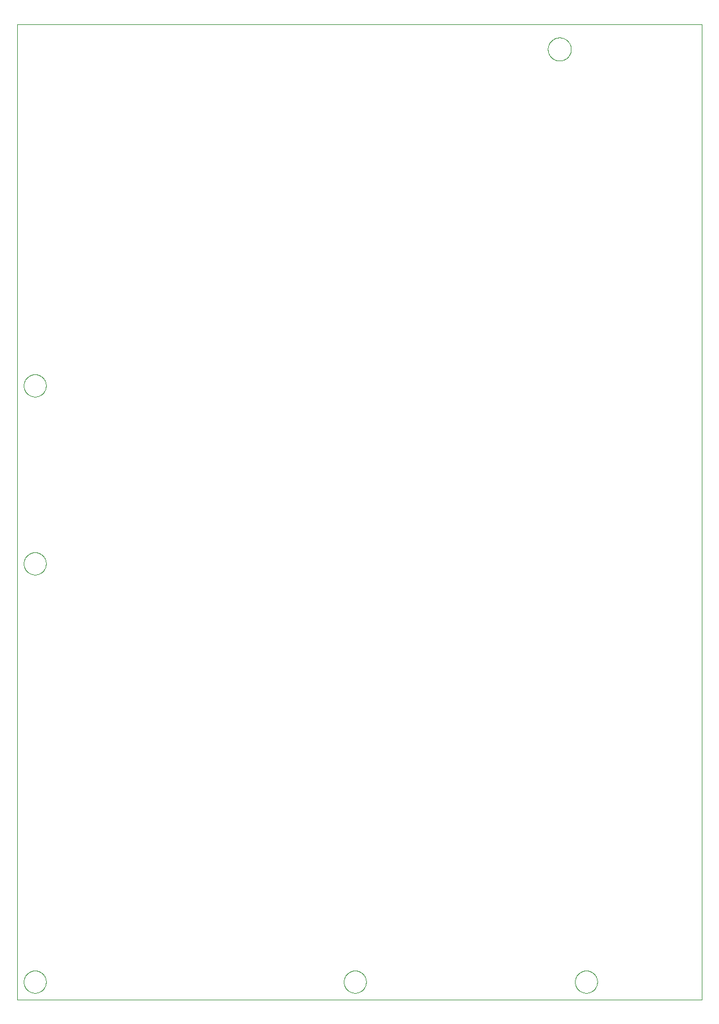
<source format=gko>
G75*
%MOIN*%
%OFA0B0*%
%FSLAX25Y25*%
%IPPOS*%
%LPD*%
%AMOC8*
5,1,8,0,0,1.08239X$1,22.5*
%
%ADD10C,0.00000*%
D10*
X0011300Y0006300D02*
X0396300Y0006300D01*
X0396300Y0554300D01*
X0011300Y0554300D01*
X0011300Y0006300D01*
X0015050Y0016300D02*
X0015052Y0016458D01*
X0015058Y0016615D01*
X0015068Y0016773D01*
X0015082Y0016930D01*
X0015100Y0017086D01*
X0015121Y0017243D01*
X0015147Y0017398D01*
X0015177Y0017553D01*
X0015210Y0017707D01*
X0015248Y0017860D01*
X0015289Y0018013D01*
X0015334Y0018164D01*
X0015383Y0018314D01*
X0015436Y0018462D01*
X0015492Y0018610D01*
X0015553Y0018755D01*
X0015616Y0018900D01*
X0015684Y0019042D01*
X0015755Y0019183D01*
X0015829Y0019322D01*
X0015907Y0019459D01*
X0015989Y0019594D01*
X0016073Y0019727D01*
X0016162Y0019858D01*
X0016253Y0019986D01*
X0016348Y0020113D01*
X0016445Y0020236D01*
X0016546Y0020358D01*
X0016650Y0020476D01*
X0016757Y0020592D01*
X0016867Y0020705D01*
X0016979Y0020816D01*
X0017095Y0020923D01*
X0017213Y0021028D01*
X0017333Y0021130D01*
X0017456Y0021228D01*
X0017582Y0021324D01*
X0017710Y0021416D01*
X0017840Y0021505D01*
X0017972Y0021591D01*
X0018107Y0021673D01*
X0018244Y0021752D01*
X0018382Y0021827D01*
X0018522Y0021899D01*
X0018665Y0021967D01*
X0018808Y0022032D01*
X0018954Y0022093D01*
X0019101Y0022150D01*
X0019249Y0022204D01*
X0019399Y0022254D01*
X0019549Y0022300D01*
X0019701Y0022342D01*
X0019854Y0022381D01*
X0020008Y0022415D01*
X0020163Y0022446D01*
X0020318Y0022472D01*
X0020474Y0022495D01*
X0020631Y0022514D01*
X0020788Y0022529D01*
X0020945Y0022540D01*
X0021103Y0022547D01*
X0021261Y0022550D01*
X0021418Y0022549D01*
X0021576Y0022544D01*
X0021733Y0022535D01*
X0021891Y0022522D01*
X0022047Y0022505D01*
X0022204Y0022484D01*
X0022359Y0022460D01*
X0022514Y0022431D01*
X0022669Y0022398D01*
X0022822Y0022362D01*
X0022975Y0022321D01*
X0023126Y0022277D01*
X0023276Y0022229D01*
X0023425Y0022178D01*
X0023573Y0022122D01*
X0023719Y0022063D01*
X0023864Y0022000D01*
X0024007Y0021933D01*
X0024148Y0021863D01*
X0024287Y0021790D01*
X0024425Y0021713D01*
X0024561Y0021632D01*
X0024694Y0021548D01*
X0024825Y0021461D01*
X0024954Y0021370D01*
X0025081Y0021276D01*
X0025206Y0021179D01*
X0025327Y0021079D01*
X0025447Y0020976D01*
X0025563Y0020870D01*
X0025677Y0020761D01*
X0025789Y0020649D01*
X0025897Y0020535D01*
X0026002Y0020417D01*
X0026105Y0020297D01*
X0026204Y0020175D01*
X0026300Y0020050D01*
X0026393Y0019922D01*
X0026483Y0019793D01*
X0026569Y0019661D01*
X0026653Y0019527D01*
X0026732Y0019391D01*
X0026809Y0019253D01*
X0026881Y0019113D01*
X0026950Y0018971D01*
X0027016Y0018828D01*
X0027078Y0018683D01*
X0027136Y0018536D01*
X0027191Y0018388D01*
X0027242Y0018239D01*
X0027289Y0018088D01*
X0027332Y0017937D01*
X0027371Y0017784D01*
X0027407Y0017630D01*
X0027438Y0017476D01*
X0027466Y0017321D01*
X0027490Y0017165D01*
X0027510Y0017008D01*
X0027526Y0016851D01*
X0027538Y0016694D01*
X0027546Y0016537D01*
X0027550Y0016379D01*
X0027550Y0016221D01*
X0027546Y0016063D01*
X0027538Y0015906D01*
X0027526Y0015749D01*
X0027510Y0015592D01*
X0027490Y0015435D01*
X0027466Y0015279D01*
X0027438Y0015124D01*
X0027407Y0014970D01*
X0027371Y0014816D01*
X0027332Y0014663D01*
X0027289Y0014512D01*
X0027242Y0014361D01*
X0027191Y0014212D01*
X0027136Y0014064D01*
X0027078Y0013917D01*
X0027016Y0013772D01*
X0026950Y0013629D01*
X0026881Y0013487D01*
X0026809Y0013347D01*
X0026732Y0013209D01*
X0026653Y0013073D01*
X0026569Y0012939D01*
X0026483Y0012807D01*
X0026393Y0012678D01*
X0026300Y0012550D01*
X0026204Y0012425D01*
X0026105Y0012303D01*
X0026002Y0012183D01*
X0025897Y0012065D01*
X0025789Y0011951D01*
X0025677Y0011839D01*
X0025563Y0011730D01*
X0025447Y0011624D01*
X0025327Y0011521D01*
X0025206Y0011421D01*
X0025081Y0011324D01*
X0024954Y0011230D01*
X0024825Y0011139D01*
X0024694Y0011052D01*
X0024561Y0010968D01*
X0024425Y0010887D01*
X0024287Y0010810D01*
X0024148Y0010737D01*
X0024007Y0010667D01*
X0023864Y0010600D01*
X0023719Y0010537D01*
X0023573Y0010478D01*
X0023425Y0010422D01*
X0023276Y0010371D01*
X0023126Y0010323D01*
X0022975Y0010279D01*
X0022822Y0010238D01*
X0022669Y0010202D01*
X0022514Y0010169D01*
X0022359Y0010140D01*
X0022204Y0010116D01*
X0022047Y0010095D01*
X0021891Y0010078D01*
X0021733Y0010065D01*
X0021576Y0010056D01*
X0021418Y0010051D01*
X0021261Y0010050D01*
X0021103Y0010053D01*
X0020945Y0010060D01*
X0020788Y0010071D01*
X0020631Y0010086D01*
X0020474Y0010105D01*
X0020318Y0010128D01*
X0020163Y0010154D01*
X0020008Y0010185D01*
X0019854Y0010219D01*
X0019701Y0010258D01*
X0019549Y0010300D01*
X0019399Y0010346D01*
X0019249Y0010396D01*
X0019101Y0010450D01*
X0018954Y0010507D01*
X0018808Y0010568D01*
X0018665Y0010633D01*
X0018522Y0010701D01*
X0018382Y0010773D01*
X0018244Y0010848D01*
X0018107Y0010927D01*
X0017972Y0011009D01*
X0017840Y0011095D01*
X0017710Y0011184D01*
X0017582Y0011276D01*
X0017456Y0011372D01*
X0017333Y0011470D01*
X0017213Y0011572D01*
X0017095Y0011677D01*
X0016979Y0011784D01*
X0016867Y0011895D01*
X0016757Y0012008D01*
X0016650Y0012124D01*
X0016546Y0012242D01*
X0016445Y0012364D01*
X0016348Y0012487D01*
X0016253Y0012614D01*
X0016162Y0012742D01*
X0016073Y0012873D01*
X0015989Y0013006D01*
X0015907Y0013141D01*
X0015829Y0013278D01*
X0015755Y0013417D01*
X0015684Y0013558D01*
X0015616Y0013700D01*
X0015553Y0013845D01*
X0015492Y0013990D01*
X0015436Y0014138D01*
X0015383Y0014286D01*
X0015334Y0014436D01*
X0015289Y0014587D01*
X0015248Y0014740D01*
X0015210Y0014893D01*
X0015177Y0015047D01*
X0015147Y0015202D01*
X0015121Y0015357D01*
X0015100Y0015514D01*
X0015082Y0015670D01*
X0015068Y0015827D01*
X0015058Y0015985D01*
X0015052Y0016142D01*
X0015050Y0016300D01*
X0015050Y0251300D02*
X0015052Y0251458D01*
X0015058Y0251615D01*
X0015068Y0251773D01*
X0015082Y0251930D01*
X0015100Y0252086D01*
X0015121Y0252243D01*
X0015147Y0252398D01*
X0015177Y0252553D01*
X0015210Y0252707D01*
X0015248Y0252860D01*
X0015289Y0253013D01*
X0015334Y0253164D01*
X0015383Y0253314D01*
X0015436Y0253462D01*
X0015492Y0253610D01*
X0015553Y0253755D01*
X0015616Y0253900D01*
X0015684Y0254042D01*
X0015755Y0254183D01*
X0015829Y0254322D01*
X0015907Y0254459D01*
X0015989Y0254594D01*
X0016073Y0254727D01*
X0016162Y0254858D01*
X0016253Y0254986D01*
X0016348Y0255113D01*
X0016445Y0255236D01*
X0016546Y0255358D01*
X0016650Y0255476D01*
X0016757Y0255592D01*
X0016867Y0255705D01*
X0016979Y0255816D01*
X0017095Y0255923D01*
X0017213Y0256028D01*
X0017333Y0256130D01*
X0017456Y0256228D01*
X0017582Y0256324D01*
X0017710Y0256416D01*
X0017840Y0256505D01*
X0017972Y0256591D01*
X0018107Y0256673D01*
X0018244Y0256752D01*
X0018382Y0256827D01*
X0018522Y0256899D01*
X0018665Y0256967D01*
X0018808Y0257032D01*
X0018954Y0257093D01*
X0019101Y0257150D01*
X0019249Y0257204D01*
X0019399Y0257254D01*
X0019549Y0257300D01*
X0019701Y0257342D01*
X0019854Y0257381D01*
X0020008Y0257415D01*
X0020163Y0257446D01*
X0020318Y0257472D01*
X0020474Y0257495D01*
X0020631Y0257514D01*
X0020788Y0257529D01*
X0020945Y0257540D01*
X0021103Y0257547D01*
X0021261Y0257550D01*
X0021418Y0257549D01*
X0021576Y0257544D01*
X0021733Y0257535D01*
X0021891Y0257522D01*
X0022047Y0257505D01*
X0022204Y0257484D01*
X0022359Y0257460D01*
X0022514Y0257431D01*
X0022669Y0257398D01*
X0022822Y0257362D01*
X0022975Y0257321D01*
X0023126Y0257277D01*
X0023276Y0257229D01*
X0023425Y0257178D01*
X0023573Y0257122D01*
X0023719Y0257063D01*
X0023864Y0257000D01*
X0024007Y0256933D01*
X0024148Y0256863D01*
X0024287Y0256790D01*
X0024425Y0256713D01*
X0024561Y0256632D01*
X0024694Y0256548D01*
X0024825Y0256461D01*
X0024954Y0256370D01*
X0025081Y0256276D01*
X0025206Y0256179D01*
X0025327Y0256079D01*
X0025447Y0255976D01*
X0025563Y0255870D01*
X0025677Y0255761D01*
X0025789Y0255649D01*
X0025897Y0255535D01*
X0026002Y0255417D01*
X0026105Y0255297D01*
X0026204Y0255175D01*
X0026300Y0255050D01*
X0026393Y0254922D01*
X0026483Y0254793D01*
X0026569Y0254661D01*
X0026653Y0254527D01*
X0026732Y0254391D01*
X0026809Y0254253D01*
X0026881Y0254113D01*
X0026950Y0253971D01*
X0027016Y0253828D01*
X0027078Y0253683D01*
X0027136Y0253536D01*
X0027191Y0253388D01*
X0027242Y0253239D01*
X0027289Y0253088D01*
X0027332Y0252937D01*
X0027371Y0252784D01*
X0027407Y0252630D01*
X0027438Y0252476D01*
X0027466Y0252321D01*
X0027490Y0252165D01*
X0027510Y0252008D01*
X0027526Y0251851D01*
X0027538Y0251694D01*
X0027546Y0251537D01*
X0027550Y0251379D01*
X0027550Y0251221D01*
X0027546Y0251063D01*
X0027538Y0250906D01*
X0027526Y0250749D01*
X0027510Y0250592D01*
X0027490Y0250435D01*
X0027466Y0250279D01*
X0027438Y0250124D01*
X0027407Y0249970D01*
X0027371Y0249816D01*
X0027332Y0249663D01*
X0027289Y0249512D01*
X0027242Y0249361D01*
X0027191Y0249212D01*
X0027136Y0249064D01*
X0027078Y0248917D01*
X0027016Y0248772D01*
X0026950Y0248629D01*
X0026881Y0248487D01*
X0026809Y0248347D01*
X0026732Y0248209D01*
X0026653Y0248073D01*
X0026569Y0247939D01*
X0026483Y0247807D01*
X0026393Y0247678D01*
X0026300Y0247550D01*
X0026204Y0247425D01*
X0026105Y0247303D01*
X0026002Y0247183D01*
X0025897Y0247065D01*
X0025789Y0246951D01*
X0025677Y0246839D01*
X0025563Y0246730D01*
X0025447Y0246624D01*
X0025327Y0246521D01*
X0025206Y0246421D01*
X0025081Y0246324D01*
X0024954Y0246230D01*
X0024825Y0246139D01*
X0024694Y0246052D01*
X0024561Y0245968D01*
X0024425Y0245887D01*
X0024287Y0245810D01*
X0024148Y0245737D01*
X0024007Y0245667D01*
X0023864Y0245600D01*
X0023719Y0245537D01*
X0023573Y0245478D01*
X0023425Y0245422D01*
X0023276Y0245371D01*
X0023126Y0245323D01*
X0022975Y0245279D01*
X0022822Y0245238D01*
X0022669Y0245202D01*
X0022514Y0245169D01*
X0022359Y0245140D01*
X0022204Y0245116D01*
X0022047Y0245095D01*
X0021891Y0245078D01*
X0021733Y0245065D01*
X0021576Y0245056D01*
X0021418Y0245051D01*
X0021261Y0245050D01*
X0021103Y0245053D01*
X0020945Y0245060D01*
X0020788Y0245071D01*
X0020631Y0245086D01*
X0020474Y0245105D01*
X0020318Y0245128D01*
X0020163Y0245154D01*
X0020008Y0245185D01*
X0019854Y0245219D01*
X0019701Y0245258D01*
X0019549Y0245300D01*
X0019399Y0245346D01*
X0019249Y0245396D01*
X0019101Y0245450D01*
X0018954Y0245507D01*
X0018808Y0245568D01*
X0018665Y0245633D01*
X0018522Y0245701D01*
X0018382Y0245773D01*
X0018244Y0245848D01*
X0018107Y0245927D01*
X0017972Y0246009D01*
X0017840Y0246095D01*
X0017710Y0246184D01*
X0017582Y0246276D01*
X0017456Y0246372D01*
X0017333Y0246470D01*
X0017213Y0246572D01*
X0017095Y0246677D01*
X0016979Y0246784D01*
X0016867Y0246895D01*
X0016757Y0247008D01*
X0016650Y0247124D01*
X0016546Y0247242D01*
X0016445Y0247364D01*
X0016348Y0247487D01*
X0016253Y0247614D01*
X0016162Y0247742D01*
X0016073Y0247873D01*
X0015989Y0248006D01*
X0015907Y0248141D01*
X0015829Y0248278D01*
X0015755Y0248417D01*
X0015684Y0248558D01*
X0015616Y0248700D01*
X0015553Y0248845D01*
X0015492Y0248990D01*
X0015436Y0249138D01*
X0015383Y0249286D01*
X0015334Y0249436D01*
X0015289Y0249587D01*
X0015248Y0249740D01*
X0015210Y0249893D01*
X0015177Y0250047D01*
X0015147Y0250202D01*
X0015121Y0250357D01*
X0015100Y0250514D01*
X0015082Y0250670D01*
X0015068Y0250827D01*
X0015058Y0250985D01*
X0015052Y0251142D01*
X0015050Y0251300D01*
X0015050Y0351300D02*
X0015052Y0351458D01*
X0015058Y0351615D01*
X0015068Y0351773D01*
X0015082Y0351930D01*
X0015100Y0352086D01*
X0015121Y0352243D01*
X0015147Y0352398D01*
X0015177Y0352553D01*
X0015210Y0352707D01*
X0015248Y0352860D01*
X0015289Y0353013D01*
X0015334Y0353164D01*
X0015383Y0353314D01*
X0015436Y0353462D01*
X0015492Y0353610D01*
X0015553Y0353755D01*
X0015616Y0353900D01*
X0015684Y0354042D01*
X0015755Y0354183D01*
X0015829Y0354322D01*
X0015907Y0354459D01*
X0015989Y0354594D01*
X0016073Y0354727D01*
X0016162Y0354858D01*
X0016253Y0354986D01*
X0016348Y0355113D01*
X0016445Y0355236D01*
X0016546Y0355358D01*
X0016650Y0355476D01*
X0016757Y0355592D01*
X0016867Y0355705D01*
X0016979Y0355816D01*
X0017095Y0355923D01*
X0017213Y0356028D01*
X0017333Y0356130D01*
X0017456Y0356228D01*
X0017582Y0356324D01*
X0017710Y0356416D01*
X0017840Y0356505D01*
X0017972Y0356591D01*
X0018107Y0356673D01*
X0018244Y0356752D01*
X0018382Y0356827D01*
X0018522Y0356899D01*
X0018665Y0356967D01*
X0018808Y0357032D01*
X0018954Y0357093D01*
X0019101Y0357150D01*
X0019249Y0357204D01*
X0019399Y0357254D01*
X0019549Y0357300D01*
X0019701Y0357342D01*
X0019854Y0357381D01*
X0020008Y0357415D01*
X0020163Y0357446D01*
X0020318Y0357472D01*
X0020474Y0357495D01*
X0020631Y0357514D01*
X0020788Y0357529D01*
X0020945Y0357540D01*
X0021103Y0357547D01*
X0021261Y0357550D01*
X0021418Y0357549D01*
X0021576Y0357544D01*
X0021733Y0357535D01*
X0021891Y0357522D01*
X0022047Y0357505D01*
X0022204Y0357484D01*
X0022359Y0357460D01*
X0022514Y0357431D01*
X0022669Y0357398D01*
X0022822Y0357362D01*
X0022975Y0357321D01*
X0023126Y0357277D01*
X0023276Y0357229D01*
X0023425Y0357178D01*
X0023573Y0357122D01*
X0023719Y0357063D01*
X0023864Y0357000D01*
X0024007Y0356933D01*
X0024148Y0356863D01*
X0024287Y0356790D01*
X0024425Y0356713D01*
X0024561Y0356632D01*
X0024694Y0356548D01*
X0024825Y0356461D01*
X0024954Y0356370D01*
X0025081Y0356276D01*
X0025206Y0356179D01*
X0025327Y0356079D01*
X0025447Y0355976D01*
X0025563Y0355870D01*
X0025677Y0355761D01*
X0025789Y0355649D01*
X0025897Y0355535D01*
X0026002Y0355417D01*
X0026105Y0355297D01*
X0026204Y0355175D01*
X0026300Y0355050D01*
X0026393Y0354922D01*
X0026483Y0354793D01*
X0026569Y0354661D01*
X0026653Y0354527D01*
X0026732Y0354391D01*
X0026809Y0354253D01*
X0026881Y0354113D01*
X0026950Y0353971D01*
X0027016Y0353828D01*
X0027078Y0353683D01*
X0027136Y0353536D01*
X0027191Y0353388D01*
X0027242Y0353239D01*
X0027289Y0353088D01*
X0027332Y0352937D01*
X0027371Y0352784D01*
X0027407Y0352630D01*
X0027438Y0352476D01*
X0027466Y0352321D01*
X0027490Y0352165D01*
X0027510Y0352008D01*
X0027526Y0351851D01*
X0027538Y0351694D01*
X0027546Y0351537D01*
X0027550Y0351379D01*
X0027550Y0351221D01*
X0027546Y0351063D01*
X0027538Y0350906D01*
X0027526Y0350749D01*
X0027510Y0350592D01*
X0027490Y0350435D01*
X0027466Y0350279D01*
X0027438Y0350124D01*
X0027407Y0349970D01*
X0027371Y0349816D01*
X0027332Y0349663D01*
X0027289Y0349512D01*
X0027242Y0349361D01*
X0027191Y0349212D01*
X0027136Y0349064D01*
X0027078Y0348917D01*
X0027016Y0348772D01*
X0026950Y0348629D01*
X0026881Y0348487D01*
X0026809Y0348347D01*
X0026732Y0348209D01*
X0026653Y0348073D01*
X0026569Y0347939D01*
X0026483Y0347807D01*
X0026393Y0347678D01*
X0026300Y0347550D01*
X0026204Y0347425D01*
X0026105Y0347303D01*
X0026002Y0347183D01*
X0025897Y0347065D01*
X0025789Y0346951D01*
X0025677Y0346839D01*
X0025563Y0346730D01*
X0025447Y0346624D01*
X0025327Y0346521D01*
X0025206Y0346421D01*
X0025081Y0346324D01*
X0024954Y0346230D01*
X0024825Y0346139D01*
X0024694Y0346052D01*
X0024561Y0345968D01*
X0024425Y0345887D01*
X0024287Y0345810D01*
X0024148Y0345737D01*
X0024007Y0345667D01*
X0023864Y0345600D01*
X0023719Y0345537D01*
X0023573Y0345478D01*
X0023425Y0345422D01*
X0023276Y0345371D01*
X0023126Y0345323D01*
X0022975Y0345279D01*
X0022822Y0345238D01*
X0022669Y0345202D01*
X0022514Y0345169D01*
X0022359Y0345140D01*
X0022204Y0345116D01*
X0022047Y0345095D01*
X0021891Y0345078D01*
X0021733Y0345065D01*
X0021576Y0345056D01*
X0021418Y0345051D01*
X0021261Y0345050D01*
X0021103Y0345053D01*
X0020945Y0345060D01*
X0020788Y0345071D01*
X0020631Y0345086D01*
X0020474Y0345105D01*
X0020318Y0345128D01*
X0020163Y0345154D01*
X0020008Y0345185D01*
X0019854Y0345219D01*
X0019701Y0345258D01*
X0019549Y0345300D01*
X0019399Y0345346D01*
X0019249Y0345396D01*
X0019101Y0345450D01*
X0018954Y0345507D01*
X0018808Y0345568D01*
X0018665Y0345633D01*
X0018522Y0345701D01*
X0018382Y0345773D01*
X0018244Y0345848D01*
X0018107Y0345927D01*
X0017972Y0346009D01*
X0017840Y0346095D01*
X0017710Y0346184D01*
X0017582Y0346276D01*
X0017456Y0346372D01*
X0017333Y0346470D01*
X0017213Y0346572D01*
X0017095Y0346677D01*
X0016979Y0346784D01*
X0016867Y0346895D01*
X0016757Y0347008D01*
X0016650Y0347124D01*
X0016546Y0347242D01*
X0016445Y0347364D01*
X0016348Y0347487D01*
X0016253Y0347614D01*
X0016162Y0347742D01*
X0016073Y0347873D01*
X0015989Y0348006D01*
X0015907Y0348141D01*
X0015829Y0348278D01*
X0015755Y0348417D01*
X0015684Y0348558D01*
X0015616Y0348700D01*
X0015553Y0348845D01*
X0015492Y0348990D01*
X0015436Y0349138D01*
X0015383Y0349286D01*
X0015334Y0349436D01*
X0015289Y0349587D01*
X0015248Y0349740D01*
X0015210Y0349893D01*
X0015177Y0350047D01*
X0015147Y0350202D01*
X0015121Y0350357D01*
X0015100Y0350514D01*
X0015082Y0350670D01*
X0015068Y0350827D01*
X0015058Y0350985D01*
X0015052Y0351142D01*
X0015050Y0351300D01*
X0195050Y0016300D02*
X0195052Y0016458D01*
X0195058Y0016615D01*
X0195068Y0016773D01*
X0195082Y0016930D01*
X0195100Y0017086D01*
X0195121Y0017243D01*
X0195147Y0017398D01*
X0195177Y0017553D01*
X0195210Y0017707D01*
X0195248Y0017860D01*
X0195289Y0018013D01*
X0195334Y0018164D01*
X0195383Y0018314D01*
X0195436Y0018462D01*
X0195492Y0018610D01*
X0195553Y0018755D01*
X0195616Y0018900D01*
X0195684Y0019042D01*
X0195755Y0019183D01*
X0195829Y0019322D01*
X0195907Y0019459D01*
X0195989Y0019594D01*
X0196073Y0019727D01*
X0196162Y0019858D01*
X0196253Y0019986D01*
X0196348Y0020113D01*
X0196445Y0020236D01*
X0196546Y0020358D01*
X0196650Y0020476D01*
X0196757Y0020592D01*
X0196867Y0020705D01*
X0196979Y0020816D01*
X0197095Y0020923D01*
X0197213Y0021028D01*
X0197333Y0021130D01*
X0197456Y0021228D01*
X0197582Y0021324D01*
X0197710Y0021416D01*
X0197840Y0021505D01*
X0197972Y0021591D01*
X0198107Y0021673D01*
X0198244Y0021752D01*
X0198382Y0021827D01*
X0198522Y0021899D01*
X0198665Y0021967D01*
X0198808Y0022032D01*
X0198954Y0022093D01*
X0199101Y0022150D01*
X0199249Y0022204D01*
X0199399Y0022254D01*
X0199549Y0022300D01*
X0199701Y0022342D01*
X0199854Y0022381D01*
X0200008Y0022415D01*
X0200163Y0022446D01*
X0200318Y0022472D01*
X0200474Y0022495D01*
X0200631Y0022514D01*
X0200788Y0022529D01*
X0200945Y0022540D01*
X0201103Y0022547D01*
X0201261Y0022550D01*
X0201418Y0022549D01*
X0201576Y0022544D01*
X0201733Y0022535D01*
X0201891Y0022522D01*
X0202047Y0022505D01*
X0202204Y0022484D01*
X0202359Y0022460D01*
X0202514Y0022431D01*
X0202669Y0022398D01*
X0202822Y0022362D01*
X0202975Y0022321D01*
X0203126Y0022277D01*
X0203276Y0022229D01*
X0203425Y0022178D01*
X0203573Y0022122D01*
X0203719Y0022063D01*
X0203864Y0022000D01*
X0204007Y0021933D01*
X0204148Y0021863D01*
X0204287Y0021790D01*
X0204425Y0021713D01*
X0204561Y0021632D01*
X0204694Y0021548D01*
X0204825Y0021461D01*
X0204954Y0021370D01*
X0205081Y0021276D01*
X0205206Y0021179D01*
X0205327Y0021079D01*
X0205447Y0020976D01*
X0205563Y0020870D01*
X0205677Y0020761D01*
X0205789Y0020649D01*
X0205897Y0020535D01*
X0206002Y0020417D01*
X0206105Y0020297D01*
X0206204Y0020175D01*
X0206300Y0020050D01*
X0206393Y0019922D01*
X0206483Y0019793D01*
X0206569Y0019661D01*
X0206653Y0019527D01*
X0206732Y0019391D01*
X0206809Y0019253D01*
X0206881Y0019113D01*
X0206950Y0018971D01*
X0207016Y0018828D01*
X0207078Y0018683D01*
X0207136Y0018536D01*
X0207191Y0018388D01*
X0207242Y0018239D01*
X0207289Y0018088D01*
X0207332Y0017937D01*
X0207371Y0017784D01*
X0207407Y0017630D01*
X0207438Y0017476D01*
X0207466Y0017321D01*
X0207490Y0017165D01*
X0207510Y0017008D01*
X0207526Y0016851D01*
X0207538Y0016694D01*
X0207546Y0016537D01*
X0207550Y0016379D01*
X0207550Y0016221D01*
X0207546Y0016063D01*
X0207538Y0015906D01*
X0207526Y0015749D01*
X0207510Y0015592D01*
X0207490Y0015435D01*
X0207466Y0015279D01*
X0207438Y0015124D01*
X0207407Y0014970D01*
X0207371Y0014816D01*
X0207332Y0014663D01*
X0207289Y0014512D01*
X0207242Y0014361D01*
X0207191Y0014212D01*
X0207136Y0014064D01*
X0207078Y0013917D01*
X0207016Y0013772D01*
X0206950Y0013629D01*
X0206881Y0013487D01*
X0206809Y0013347D01*
X0206732Y0013209D01*
X0206653Y0013073D01*
X0206569Y0012939D01*
X0206483Y0012807D01*
X0206393Y0012678D01*
X0206300Y0012550D01*
X0206204Y0012425D01*
X0206105Y0012303D01*
X0206002Y0012183D01*
X0205897Y0012065D01*
X0205789Y0011951D01*
X0205677Y0011839D01*
X0205563Y0011730D01*
X0205447Y0011624D01*
X0205327Y0011521D01*
X0205206Y0011421D01*
X0205081Y0011324D01*
X0204954Y0011230D01*
X0204825Y0011139D01*
X0204694Y0011052D01*
X0204561Y0010968D01*
X0204425Y0010887D01*
X0204287Y0010810D01*
X0204148Y0010737D01*
X0204007Y0010667D01*
X0203864Y0010600D01*
X0203719Y0010537D01*
X0203573Y0010478D01*
X0203425Y0010422D01*
X0203276Y0010371D01*
X0203126Y0010323D01*
X0202975Y0010279D01*
X0202822Y0010238D01*
X0202669Y0010202D01*
X0202514Y0010169D01*
X0202359Y0010140D01*
X0202204Y0010116D01*
X0202047Y0010095D01*
X0201891Y0010078D01*
X0201733Y0010065D01*
X0201576Y0010056D01*
X0201418Y0010051D01*
X0201261Y0010050D01*
X0201103Y0010053D01*
X0200945Y0010060D01*
X0200788Y0010071D01*
X0200631Y0010086D01*
X0200474Y0010105D01*
X0200318Y0010128D01*
X0200163Y0010154D01*
X0200008Y0010185D01*
X0199854Y0010219D01*
X0199701Y0010258D01*
X0199549Y0010300D01*
X0199399Y0010346D01*
X0199249Y0010396D01*
X0199101Y0010450D01*
X0198954Y0010507D01*
X0198808Y0010568D01*
X0198665Y0010633D01*
X0198522Y0010701D01*
X0198382Y0010773D01*
X0198244Y0010848D01*
X0198107Y0010927D01*
X0197972Y0011009D01*
X0197840Y0011095D01*
X0197710Y0011184D01*
X0197582Y0011276D01*
X0197456Y0011372D01*
X0197333Y0011470D01*
X0197213Y0011572D01*
X0197095Y0011677D01*
X0196979Y0011784D01*
X0196867Y0011895D01*
X0196757Y0012008D01*
X0196650Y0012124D01*
X0196546Y0012242D01*
X0196445Y0012364D01*
X0196348Y0012487D01*
X0196253Y0012614D01*
X0196162Y0012742D01*
X0196073Y0012873D01*
X0195989Y0013006D01*
X0195907Y0013141D01*
X0195829Y0013278D01*
X0195755Y0013417D01*
X0195684Y0013558D01*
X0195616Y0013700D01*
X0195553Y0013845D01*
X0195492Y0013990D01*
X0195436Y0014138D01*
X0195383Y0014286D01*
X0195334Y0014436D01*
X0195289Y0014587D01*
X0195248Y0014740D01*
X0195210Y0014893D01*
X0195177Y0015047D01*
X0195147Y0015202D01*
X0195121Y0015357D01*
X0195100Y0015514D01*
X0195082Y0015670D01*
X0195068Y0015827D01*
X0195058Y0015985D01*
X0195052Y0016142D01*
X0195050Y0016300D01*
X0325050Y0016300D02*
X0325052Y0016458D01*
X0325058Y0016615D01*
X0325068Y0016773D01*
X0325082Y0016930D01*
X0325100Y0017086D01*
X0325121Y0017243D01*
X0325147Y0017398D01*
X0325177Y0017553D01*
X0325210Y0017707D01*
X0325248Y0017860D01*
X0325289Y0018013D01*
X0325334Y0018164D01*
X0325383Y0018314D01*
X0325436Y0018462D01*
X0325492Y0018610D01*
X0325553Y0018755D01*
X0325616Y0018900D01*
X0325684Y0019042D01*
X0325755Y0019183D01*
X0325829Y0019322D01*
X0325907Y0019459D01*
X0325989Y0019594D01*
X0326073Y0019727D01*
X0326162Y0019858D01*
X0326253Y0019986D01*
X0326348Y0020113D01*
X0326445Y0020236D01*
X0326546Y0020358D01*
X0326650Y0020476D01*
X0326757Y0020592D01*
X0326867Y0020705D01*
X0326979Y0020816D01*
X0327095Y0020923D01*
X0327213Y0021028D01*
X0327333Y0021130D01*
X0327456Y0021228D01*
X0327582Y0021324D01*
X0327710Y0021416D01*
X0327840Y0021505D01*
X0327972Y0021591D01*
X0328107Y0021673D01*
X0328244Y0021752D01*
X0328382Y0021827D01*
X0328522Y0021899D01*
X0328665Y0021967D01*
X0328808Y0022032D01*
X0328954Y0022093D01*
X0329101Y0022150D01*
X0329249Y0022204D01*
X0329399Y0022254D01*
X0329549Y0022300D01*
X0329701Y0022342D01*
X0329854Y0022381D01*
X0330008Y0022415D01*
X0330163Y0022446D01*
X0330318Y0022472D01*
X0330474Y0022495D01*
X0330631Y0022514D01*
X0330788Y0022529D01*
X0330945Y0022540D01*
X0331103Y0022547D01*
X0331261Y0022550D01*
X0331418Y0022549D01*
X0331576Y0022544D01*
X0331733Y0022535D01*
X0331891Y0022522D01*
X0332047Y0022505D01*
X0332204Y0022484D01*
X0332359Y0022460D01*
X0332514Y0022431D01*
X0332669Y0022398D01*
X0332822Y0022362D01*
X0332975Y0022321D01*
X0333126Y0022277D01*
X0333276Y0022229D01*
X0333425Y0022178D01*
X0333573Y0022122D01*
X0333719Y0022063D01*
X0333864Y0022000D01*
X0334007Y0021933D01*
X0334148Y0021863D01*
X0334287Y0021790D01*
X0334425Y0021713D01*
X0334561Y0021632D01*
X0334694Y0021548D01*
X0334825Y0021461D01*
X0334954Y0021370D01*
X0335081Y0021276D01*
X0335206Y0021179D01*
X0335327Y0021079D01*
X0335447Y0020976D01*
X0335563Y0020870D01*
X0335677Y0020761D01*
X0335789Y0020649D01*
X0335897Y0020535D01*
X0336002Y0020417D01*
X0336105Y0020297D01*
X0336204Y0020175D01*
X0336300Y0020050D01*
X0336393Y0019922D01*
X0336483Y0019793D01*
X0336569Y0019661D01*
X0336653Y0019527D01*
X0336732Y0019391D01*
X0336809Y0019253D01*
X0336881Y0019113D01*
X0336950Y0018971D01*
X0337016Y0018828D01*
X0337078Y0018683D01*
X0337136Y0018536D01*
X0337191Y0018388D01*
X0337242Y0018239D01*
X0337289Y0018088D01*
X0337332Y0017937D01*
X0337371Y0017784D01*
X0337407Y0017630D01*
X0337438Y0017476D01*
X0337466Y0017321D01*
X0337490Y0017165D01*
X0337510Y0017008D01*
X0337526Y0016851D01*
X0337538Y0016694D01*
X0337546Y0016537D01*
X0337550Y0016379D01*
X0337550Y0016221D01*
X0337546Y0016063D01*
X0337538Y0015906D01*
X0337526Y0015749D01*
X0337510Y0015592D01*
X0337490Y0015435D01*
X0337466Y0015279D01*
X0337438Y0015124D01*
X0337407Y0014970D01*
X0337371Y0014816D01*
X0337332Y0014663D01*
X0337289Y0014512D01*
X0337242Y0014361D01*
X0337191Y0014212D01*
X0337136Y0014064D01*
X0337078Y0013917D01*
X0337016Y0013772D01*
X0336950Y0013629D01*
X0336881Y0013487D01*
X0336809Y0013347D01*
X0336732Y0013209D01*
X0336653Y0013073D01*
X0336569Y0012939D01*
X0336483Y0012807D01*
X0336393Y0012678D01*
X0336300Y0012550D01*
X0336204Y0012425D01*
X0336105Y0012303D01*
X0336002Y0012183D01*
X0335897Y0012065D01*
X0335789Y0011951D01*
X0335677Y0011839D01*
X0335563Y0011730D01*
X0335447Y0011624D01*
X0335327Y0011521D01*
X0335206Y0011421D01*
X0335081Y0011324D01*
X0334954Y0011230D01*
X0334825Y0011139D01*
X0334694Y0011052D01*
X0334561Y0010968D01*
X0334425Y0010887D01*
X0334287Y0010810D01*
X0334148Y0010737D01*
X0334007Y0010667D01*
X0333864Y0010600D01*
X0333719Y0010537D01*
X0333573Y0010478D01*
X0333425Y0010422D01*
X0333276Y0010371D01*
X0333126Y0010323D01*
X0332975Y0010279D01*
X0332822Y0010238D01*
X0332669Y0010202D01*
X0332514Y0010169D01*
X0332359Y0010140D01*
X0332204Y0010116D01*
X0332047Y0010095D01*
X0331891Y0010078D01*
X0331733Y0010065D01*
X0331576Y0010056D01*
X0331418Y0010051D01*
X0331261Y0010050D01*
X0331103Y0010053D01*
X0330945Y0010060D01*
X0330788Y0010071D01*
X0330631Y0010086D01*
X0330474Y0010105D01*
X0330318Y0010128D01*
X0330163Y0010154D01*
X0330008Y0010185D01*
X0329854Y0010219D01*
X0329701Y0010258D01*
X0329549Y0010300D01*
X0329399Y0010346D01*
X0329249Y0010396D01*
X0329101Y0010450D01*
X0328954Y0010507D01*
X0328808Y0010568D01*
X0328665Y0010633D01*
X0328522Y0010701D01*
X0328382Y0010773D01*
X0328244Y0010848D01*
X0328107Y0010927D01*
X0327972Y0011009D01*
X0327840Y0011095D01*
X0327710Y0011184D01*
X0327582Y0011276D01*
X0327456Y0011372D01*
X0327333Y0011470D01*
X0327213Y0011572D01*
X0327095Y0011677D01*
X0326979Y0011784D01*
X0326867Y0011895D01*
X0326757Y0012008D01*
X0326650Y0012124D01*
X0326546Y0012242D01*
X0326445Y0012364D01*
X0326348Y0012487D01*
X0326253Y0012614D01*
X0326162Y0012742D01*
X0326073Y0012873D01*
X0325989Y0013006D01*
X0325907Y0013141D01*
X0325829Y0013278D01*
X0325755Y0013417D01*
X0325684Y0013558D01*
X0325616Y0013700D01*
X0325553Y0013845D01*
X0325492Y0013990D01*
X0325436Y0014138D01*
X0325383Y0014286D01*
X0325334Y0014436D01*
X0325289Y0014587D01*
X0325248Y0014740D01*
X0325210Y0014893D01*
X0325177Y0015047D01*
X0325147Y0015202D01*
X0325121Y0015357D01*
X0325100Y0015514D01*
X0325082Y0015670D01*
X0325068Y0015827D01*
X0325058Y0015985D01*
X0325052Y0016142D01*
X0325050Y0016300D01*
X0309800Y0540300D02*
X0309802Y0540461D01*
X0309808Y0540621D01*
X0309818Y0540782D01*
X0309832Y0540942D01*
X0309850Y0541102D01*
X0309871Y0541261D01*
X0309897Y0541420D01*
X0309927Y0541578D01*
X0309960Y0541735D01*
X0309998Y0541892D01*
X0310039Y0542047D01*
X0310084Y0542201D01*
X0310133Y0542354D01*
X0310186Y0542506D01*
X0310242Y0542657D01*
X0310303Y0542806D01*
X0310366Y0542954D01*
X0310434Y0543100D01*
X0310505Y0543244D01*
X0310579Y0543386D01*
X0310657Y0543527D01*
X0310739Y0543665D01*
X0310824Y0543802D01*
X0310912Y0543936D01*
X0311004Y0544068D01*
X0311099Y0544198D01*
X0311197Y0544326D01*
X0311298Y0544451D01*
X0311402Y0544573D01*
X0311509Y0544693D01*
X0311619Y0544810D01*
X0311732Y0544925D01*
X0311848Y0545036D01*
X0311967Y0545145D01*
X0312088Y0545250D01*
X0312212Y0545353D01*
X0312338Y0545453D01*
X0312466Y0545549D01*
X0312597Y0545642D01*
X0312731Y0545732D01*
X0312866Y0545819D01*
X0313004Y0545902D01*
X0313143Y0545982D01*
X0313285Y0546058D01*
X0313428Y0546131D01*
X0313573Y0546200D01*
X0313720Y0546266D01*
X0313868Y0546328D01*
X0314018Y0546386D01*
X0314169Y0546441D01*
X0314322Y0546492D01*
X0314476Y0546539D01*
X0314631Y0546582D01*
X0314787Y0546621D01*
X0314943Y0546657D01*
X0315101Y0546688D01*
X0315259Y0546716D01*
X0315418Y0546740D01*
X0315578Y0546760D01*
X0315738Y0546776D01*
X0315898Y0546788D01*
X0316059Y0546796D01*
X0316220Y0546800D01*
X0316380Y0546800D01*
X0316541Y0546796D01*
X0316702Y0546788D01*
X0316862Y0546776D01*
X0317022Y0546760D01*
X0317182Y0546740D01*
X0317341Y0546716D01*
X0317499Y0546688D01*
X0317657Y0546657D01*
X0317813Y0546621D01*
X0317969Y0546582D01*
X0318124Y0546539D01*
X0318278Y0546492D01*
X0318431Y0546441D01*
X0318582Y0546386D01*
X0318732Y0546328D01*
X0318880Y0546266D01*
X0319027Y0546200D01*
X0319172Y0546131D01*
X0319315Y0546058D01*
X0319457Y0545982D01*
X0319596Y0545902D01*
X0319734Y0545819D01*
X0319869Y0545732D01*
X0320003Y0545642D01*
X0320134Y0545549D01*
X0320262Y0545453D01*
X0320388Y0545353D01*
X0320512Y0545250D01*
X0320633Y0545145D01*
X0320752Y0545036D01*
X0320868Y0544925D01*
X0320981Y0544810D01*
X0321091Y0544693D01*
X0321198Y0544573D01*
X0321302Y0544451D01*
X0321403Y0544326D01*
X0321501Y0544198D01*
X0321596Y0544068D01*
X0321688Y0543936D01*
X0321776Y0543802D01*
X0321861Y0543665D01*
X0321943Y0543527D01*
X0322021Y0543386D01*
X0322095Y0543244D01*
X0322166Y0543100D01*
X0322234Y0542954D01*
X0322297Y0542806D01*
X0322358Y0542657D01*
X0322414Y0542506D01*
X0322467Y0542354D01*
X0322516Y0542201D01*
X0322561Y0542047D01*
X0322602Y0541892D01*
X0322640Y0541735D01*
X0322673Y0541578D01*
X0322703Y0541420D01*
X0322729Y0541261D01*
X0322750Y0541102D01*
X0322768Y0540942D01*
X0322782Y0540782D01*
X0322792Y0540621D01*
X0322798Y0540461D01*
X0322800Y0540300D01*
X0322798Y0540139D01*
X0322792Y0539979D01*
X0322782Y0539818D01*
X0322768Y0539658D01*
X0322750Y0539498D01*
X0322729Y0539339D01*
X0322703Y0539180D01*
X0322673Y0539022D01*
X0322640Y0538865D01*
X0322602Y0538708D01*
X0322561Y0538553D01*
X0322516Y0538399D01*
X0322467Y0538246D01*
X0322414Y0538094D01*
X0322358Y0537943D01*
X0322297Y0537794D01*
X0322234Y0537646D01*
X0322166Y0537500D01*
X0322095Y0537356D01*
X0322021Y0537214D01*
X0321943Y0537073D01*
X0321861Y0536935D01*
X0321776Y0536798D01*
X0321688Y0536664D01*
X0321596Y0536532D01*
X0321501Y0536402D01*
X0321403Y0536274D01*
X0321302Y0536149D01*
X0321198Y0536027D01*
X0321091Y0535907D01*
X0320981Y0535790D01*
X0320868Y0535675D01*
X0320752Y0535564D01*
X0320633Y0535455D01*
X0320512Y0535350D01*
X0320388Y0535247D01*
X0320262Y0535147D01*
X0320134Y0535051D01*
X0320003Y0534958D01*
X0319869Y0534868D01*
X0319734Y0534781D01*
X0319596Y0534698D01*
X0319457Y0534618D01*
X0319315Y0534542D01*
X0319172Y0534469D01*
X0319027Y0534400D01*
X0318880Y0534334D01*
X0318732Y0534272D01*
X0318582Y0534214D01*
X0318431Y0534159D01*
X0318278Y0534108D01*
X0318124Y0534061D01*
X0317969Y0534018D01*
X0317813Y0533979D01*
X0317657Y0533943D01*
X0317499Y0533912D01*
X0317341Y0533884D01*
X0317182Y0533860D01*
X0317022Y0533840D01*
X0316862Y0533824D01*
X0316702Y0533812D01*
X0316541Y0533804D01*
X0316380Y0533800D01*
X0316220Y0533800D01*
X0316059Y0533804D01*
X0315898Y0533812D01*
X0315738Y0533824D01*
X0315578Y0533840D01*
X0315418Y0533860D01*
X0315259Y0533884D01*
X0315101Y0533912D01*
X0314943Y0533943D01*
X0314787Y0533979D01*
X0314631Y0534018D01*
X0314476Y0534061D01*
X0314322Y0534108D01*
X0314169Y0534159D01*
X0314018Y0534214D01*
X0313868Y0534272D01*
X0313720Y0534334D01*
X0313573Y0534400D01*
X0313428Y0534469D01*
X0313285Y0534542D01*
X0313143Y0534618D01*
X0313004Y0534698D01*
X0312866Y0534781D01*
X0312731Y0534868D01*
X0312597Y0534958D01*
X0312466Y0535051D01*
X0312338Y0535147D01*
X0312212Y0535247D01*
X0312088Y0535350D01*
X0311967Y0535455D01*
X0311848Y0535564D01*
X0311732Y0535675D01*
X0311619Y0535790D01*
X0311509Y0535907D01*
X0311402Y0536027D01*
X0311298Y0536149D01*
X0311197Y0536274D01*
X0311099Y0536402D01*
X0311004Y0536532D01*
X0310912Y0536664D01*
X0310824Y0536798D01*
X0310739Y0536935D01*
X0310657Y0537073D01*
X0310579Y0537214D01*
X0310505Y0537356D01*
X0310434Y0537500D01*
X0310366Y0537646D01*
X0310303Y0537794D01*
X0310242Y0537943D01*
X0310186Y0538094D01*
X0310133Y0538246D01*
X0310084Y0538399D01*
X0310039Y0538553D01*
X0309998Y0538708D01*
X0309960Y0538865D01*
X0309927Y0539022D01*
X0309897Y0539180D01*
X0309871Y0539339D01*
X0309850Y0539498D01*
X0309832Y0539658D01*
X0309818Y0539818D01*
X0309808Y0539979D01*
X0309802Y0540139D01*
X0309800Y0540300D01*
M02*

</source>
